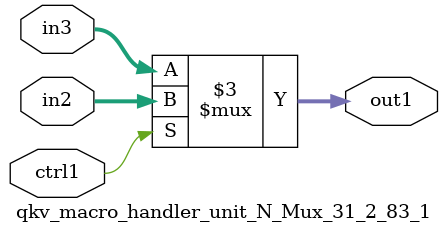
<source format=v>

`timescale 1ps / 1ps


module qkv_macro_handler_unit_N_Mux_31_2_83_1( in3, in2, ctrl1, out1 );

    input [30:0] in3;
    input [30:0] in2;
    input ctrl1;
    output [30:0] out1;
    reg [30:0] out1;

    
    // rtl_process:qkv_macro_handler_unit_N_Mux_31_2_83_1/qkv_macro_handler_unit_N_Mux_31_2_83_1_thread_1
    always @*
      begin : qkv_macro_handler_unit_N_Mux_31_2_83_1_thread_1
        case (ctrl1) 
          1'b1: 
            begin
              out1 = in2;
            end
          default: 
            begin
              out1 = in3;
            end
        endcase
      end

endmodule





</source>
